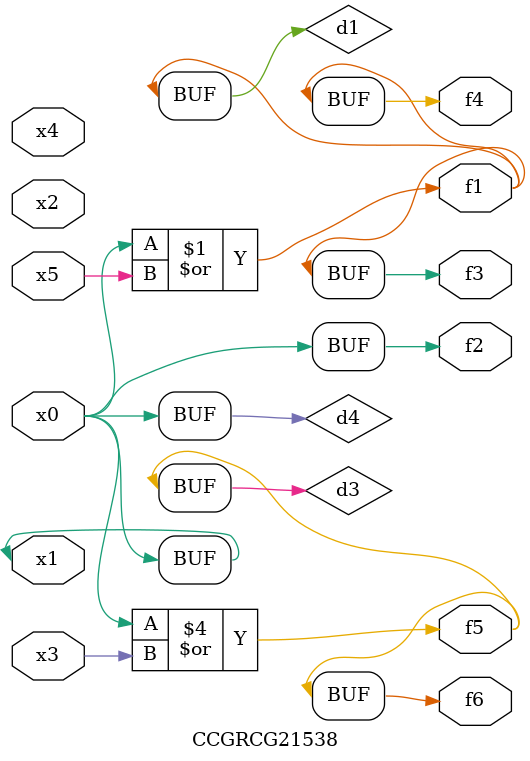
<source format=v>
module CCGRCG21538(
	input x0, x1, x2, x3, x4, x5,
	output f1, f2, f3, f4, f5, f6
);

	wire d1, d2, d3, d4;

	or (d1, x0, x5);
	xnor (d2, x1, x4);
	or (d3, x0, x3);
	buf (d4, x0, x1);
	assign f1 = d1;
	assign f2 = d4;
	assign f3 = d1;
	assign f4 = d1;
	assign f5 = d3;
	assign f6 = d3;
endmodule

</source>
